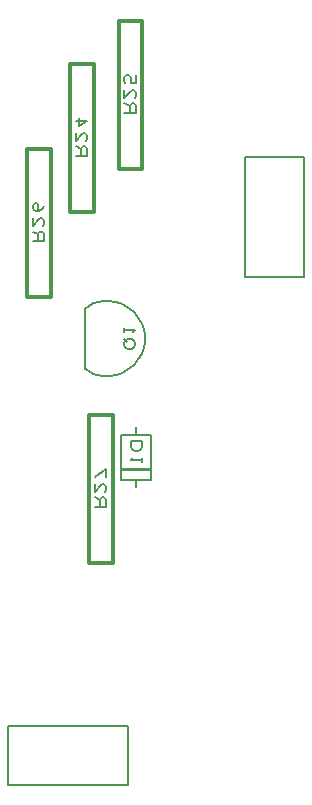
<source format=gbr>
G04 DesignSpark PCB Gerber Version 9.0 Build 5138 *
%FSLAX35Y35*%
%MOMM*%
%ADD10C,0.12700*%
%ADD14C,0.25400*%
%ADD13C,0.30480*%
X0Y0D02*
D02*
D10*
X397740Y3956740D02*
X1412740D01*
X399240Y4460240D02*
Y3960240D01*
X606550Y8564240D02*
X701800D01*
Y8619800*
X693870Y8635680*
X677990Y8643620*
X662120Y8635680*
X654180Y8619800*
Y8564240*
Y8619800D02*
X606550Y8643620D01*
Y8754740D02*
Y8691240D01*
X662120Y8746800*
X677990Y8754740*
X693870Y8746800*
X701800Y8730930*
Y8707120*
X693870Y8691240*
X630370Y8818240D02*
X646240Y8826180D01*
X654180Y8842050*
Y8857930*
X646240Y8873800*
X630370Y8881740*
X614490Y8873800*
X606550Y8857930*
Y8842050*
X614490Y8826180*
X630370Y8818240*
X654180*
X677990Y8826180*
X693870Y8842050*
X701800Y8857930*
X969050Y9285740D02*
X1064300D01*
Y9341300*
X1056370Y9357180*
X1040490Y9365120*
X1024620Y9357180*
X1016680Y9341300*
Y9285740*
Y9341300D02*
X969050Y9365120D01*
Y9476240D02*
Y9412740D01*
X1024620Y9468300*
X1040490Y9476240*
X1056370Y9468300*
X1064300Y9452430*
Y9428620*
X1056370Y9412740*
X969050Y9579430D02*
X1064300D01*
X1000800Y9539740*
Y9603240*
X1131550Y6314240D02*
X1226800D01*
Y6369800*
X1218870Y6385680*
X1202990Y6393620*
X1187120Y6385680*
X1179180Y6369800*
Y6314240*
Y6369800D02*
X1131550Y6393620D01*
Y6504740D02*
Y6441240D01*
X1187120Y6496800*
X1202990Y6504740*
X1218870Y6496800*
X1226800Y6480930*
Y6457120*
X1218870Y6441240*
X1131550Y6568240D02*
X1226800Y6631740D01*
Y6568240*
X1240240Y7419740D02*
G75*
G03X1557740Y7737240J317500D01*
G01*
G75*
G03X1240240Y8054740I-317500*
G01*
X1202140*
G75*
G03X1049740Y7991240I450J-215710*
G01*
Y7483240*
G75*
G03X1202140Y7419740I152850J152210*
G01*
X1240240*
X1410800Y7651740D02*
X1442550D01*
X1458430Y7659680*
X1466370Y7667620*
X1474300Y7683490*
Y7699370*
X1466370Y7715240*
X1458430Y7723180*
X1442550Y7731120*
X1410800*
X1394930Y7723180*
X1386990Y7715240*
X1379050Y7699370*
Y7683490*
X1386990Y7667620*
X1394930Y7659680*
X1410800Y7651740*
X1402870Y7707300D02*
X1379050Y7731120D01*
Y7794620D02*
Y7826370D01*
Y7810490D02*
X1474300D01*
X1458430Y7794620*
X1381550Y9650740D02*
X1476800D01*
Y9706300*
X1468870Y9722180*
X1452990Y9730120*
X1437120Y9722180*
X1429180Y9706300*
Y9650740*
Y9706300D02*
X1381550Y9730120D01*
Y9841240D02*
Y9777740D01*
X1437120Y9833300*
X1452990Y9841240*
X1468870Y9833300*
X1476800Y9817430*
Y9793620*
X1468870Y9777740*
X1389490Y9904740D02*
X1381550Y9920620D01*
Y9944430*
X1389490Y9960300*
X1405370Y9968240*
X1413300*
X1429180Y9960300*
X1437120Y9944430*
Y9904740*
X1476800*
Y9968240*
X1412740Y4460240D02*
X397740D01*
X1416240Y3960240D02*
Y4460240D01*
X1482740Y6543740D02*
Y6480240D01*
Y6988240D02*
Y6924740D01*
X1531430Y6866740D02*
X1436180D01*
Y6819110*
X1444110Y6803240*
X1452050Y6795300*
X1467930Y6787360*
X1499680*
X1515550Y6795300*
X1523490Y6803240*
X1531430Y6819110*
Y6866740*
Y6723860D02*
Y6692110D01*
Y6707990D02*
X1436180D01*
X1452050Y6723860*
X1609740Y6924740D02*
X1355740D01*
Y6543740*
X1609740*
Y6924740*
X2399240Y9275240D02*
Y8260240D01*
X2402740Y8256740D02*
X2902740D01*
Y8260240D02*
Y9275240D01*
Y9273740D02*
X2402740D01*
D02*
D13*
X557740Y8090240D02*
Y9340240D01*
X757740*
Y8090240*
X557740*
X920240Y8811740D02*
Y10061740D01*
X1120240*
Y8811740*
X920240*
X1082740Y5840240D02*
Y7090240D01*
X1282740*
Y5840240*
X1082740*
X1332740Y9176740D02*
Y10426740D01*
X1532740*
Y9176740*
X1332740*
D02*
D14*
X1363360Y6632640D02*
X1602120D01*
X0Y0D02*
M02*

</source>
